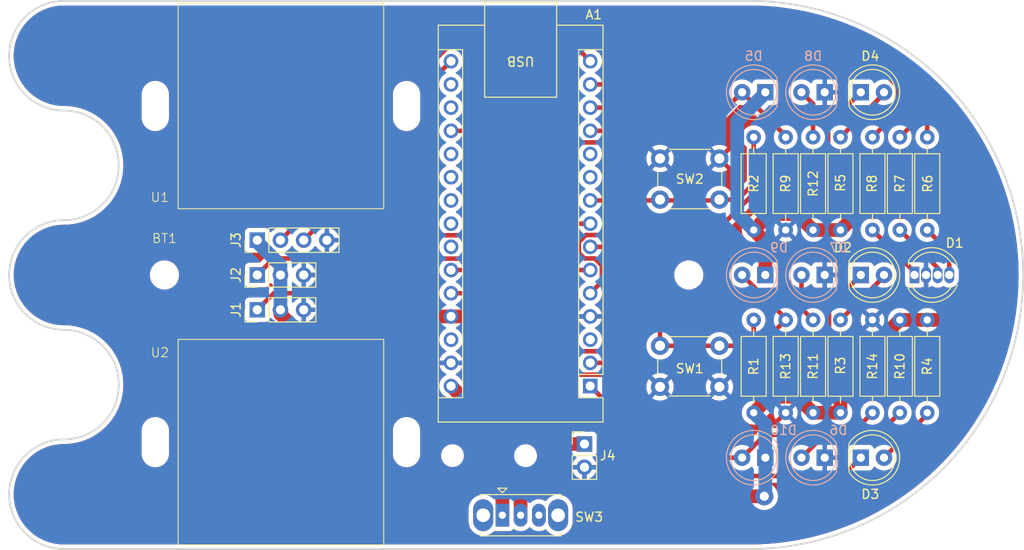
<source format=kicad_pcb>
(kicad_pcb (version 20240108) (generator "pcbnew") (generator_version "8.0")
  (layers (0 "F.Cu" signal) (31 "B.Cu" signal) (34 "B.Paste" user) (35 "F.Paste" user) (36 "B.SilkS" user "B.Silkscreen") (37 "F.SilkS" user "F.Silkscreen") (38 "B.Mask" user) (39 "F.Mask" user) (44 "Edge.Cuts" user))
  (net 0 "")
  (net 1 "/PD0")
  (net 2 "/LED2")
  (net 3 "/SERVO0")
  (net 6 "+BATT")
  (net 7 "/PUSH_BTN0")
  (net 8 "/TRIG")
  (net 9 "/PD1")
  (net 11 "/ECHO")
  (net 13 "GND")
  (net 14 "/LED0")
  (net 15 "/LED1")
  (net 16 "/PUSH_BTN1")
  (net 17 "/PD2")
  (net 18 "+5V")
  (net 19 "/SERVO1")
  (net 21 "Net-(D2-A)")
  (net 22 "Net-(D3-A)")
  (net 23 "Net-(D4-A)")
  (net 24 "/RGB_R")
  (net 25 "Net-(D6-A)")
  (net 26 "+BATT_SW")
  (net 29 "/RGB_B")
  (net 31 "/RGB_G")
  (net 33 "Net-(D1-BA)")
  (net 34 "Net-(D1-RA)")
  (net 35 "Net-(D1-GA)")
  (net 36 "Net-(D7-A)")
  (net 37 "Net-(D8-A)")
  (footprint "MountingHole:MountingHole_2.1mm" (layer "F.Cu") (at 158.03 133.775)
    (property "Reference" "REF**" (hide yes))
    (property "Value" "MountingHole_2.1mm")
    (pad "" np_thru_hole circle (at 0 0) (size 2 2) (drill 2) (layers "F&B.Cu" "*.Mask"))
  )
  (footprint "Module:Arduino_Nano" (layer "F.Cu") (at 165.11 126.16 180)
    (property "Reference" "A1" (at -0.390003 40.66 180) (layer "F.SilkS"))
    (property "Value" "Arduino_Nano_v3.x")
    (fp_text user "USB" (at 7.62 35.56 180) (layer "F.SilkS"))
    (pad "1" thru_hole rect (at 0 0 180) (size 1.6 1.6) (drill 1) (layers "*.Cu" "*.Mask") (net 15 "/LED1"))
    (pad "2" thru_hole oval (at 0 2.54 180) (size 1.6 1.6) (drill 1) (layers "*.Cu" "*.Mask") (net 14 "/LED0"))
    (pad "3" thru_hole oval (at 0 5.08 180) (size 1.6 1.6) (drill 1) (layers "*.Cu" "*.Mask"))
    (pad "4" thru_hole oval (at 0 7.62 180) (size 1.6 1.6) (drill 1) (layers "*.Cu" "*.Mask") (net 13 "GND"))
    (pad "5" thru_hole oval (at 0 10.16 180) (size 1.6 1.6) (drill 1) (layers "*.Cu" "*.Mask") (net 2 "/LED2"))
    (pad "6" thru_hole oval (at 0 12.7 180) (size 1.6 1.6) (drill 1) (layers "*.Cu" "*.Mask") (net 3 "/SERVO0"))
    (pad "7" thru_hole oval (at 0 15.24 180) (size 1.6 1.6) (drill 1) (layers "*.Cu" "*.Mask") (net 7 "/PUSH_BTN0"))
    (pad "8" thru_hole oval (at 0 17.78 180) (size 1.6 1.6) (drill 1) (layers "*.Cu" "*.Mask") (net 19 "/SERVO1"))
    (pad "9" thru_hole oval (at 0 20.32 180) (size 1.6 1.6) (drill 1) (layers "*.Cu" "*.Mask") (net 16 "/PUSH_BTN1"))
    (pad "10" thru_hole oval (at 0 22.86 180) (size 1.6 1.6) (drill 1) (layers "*.Cu" "*.Mask"))
    (pad "11" thru_hole oval (at 0 25.4 180) (size 1.6 1.6) (drill 1) (layers "*.Cu" "*.Mask"))
    (pad "12" thru_hole oval (at 0 27.94 180) (size 1.6 1.6) (drill 1) (layers "*.Cu" "*.Mask") (net 29 "/RGB_B"))
    (pad "13" thru_hole oval (at 0 30.48 180) (size 1.6 1.6) (drill 1) (layers "*.Cu" "*.Mask") (net 31 "/RGB_G"))
    (pad "14" thru_hole oval (at 0 33.02 180) (size 1.6 1.6) (drill 1) (layers "*.Cu" "*.Mask") (net 24 "/RGB_R"))
    (pad "15" thru_hole oval (at 0 35.56 180) (size 1.6 1.6) (drill 1) (layers "*.Cu" "*.Mask") (net 8 "/TRIG"))
    (pad "16" thru_hole oval (at 15.24 35.56 180) (size 1.6 1.6) (drill 1) (layers "*.Cu" "*.Mask") (net 11 "/ECHO"))
    (pad "17" thru_hole oval (at 15.24 33.02 180) (size 1.6 1.6) (drill 1) (layers "*.Cu" "*.Mask"))
    (pad "18" thru_hole oval (at 15.24 30.48 180) (size 1.6 1.6) (drill 1) (layers "*.Cu" "*.Mask"))
    (pad "19" thru_hole oval (at 15.24 27.94 180) (size 1.6 1.6) (drill 1) (layers "*.Cu" "*.Mask") (net 1 "/PD0"))
    (pad "20" thru_hole oval (at 15.24 25.4 180) (size 1.6 1.6) (drill 1) (layers "*.Cu" "*.Mask"))
    (pad "21" thru_hole oval (at 15.24 22.86 180) (size 1.6 1.6) (drill 1) (layers "*.Cu" "*.Mask"))
    (pad "22" thru_hole oval (at 15.24 20.32 180) (size 1.6 1.6) (drill 1) (layers "*.Cu" "*.Mask"))
    (pad "23" thru_hole oval (at 15.24 17.78 180) (size 1.6 1.6) (drill 1) (layers "*.Cu" "*.Mask"))
    (pad "24" thru_hole oval (at 15.24 15.24 180) (size 1.6 1.6) (drill 1) (layers "*.Cu" "*.Mask"))
    (pad "25" thru_hole oval (at 15.24 12.7 180) (size 1.6 1.6) (drill 1) (layers "*.Cu" "*.Mask") (net 9 "/PD1"))
    (pad "26" thru_hole oval (at 15.24 10.16 180) (size 1.6 1.6) (drill 1) (layers "*.Cu" "*.Mask") (net 17 "/PD2"))
    (pad "27" thru_hole oval (at 15.24 7.62 180) (size 1.6 1.6) (drill 1) (layers "*.Cu" "*.Mask") (net 18 "+5V"))
    (pad "28" thru_hole oval (at 15.24 5.08 180) (size 1.6 1.6) (drill 1) (layers "*.Cu" "*.Mask"))
    (pad "29" thru_hole oval (at 15.24 2.54 180) (size 1.6 1.6) (drill 1) (layers "*.Cu" "*.Mask") (net 13 "GND"))
    (pad "30" thru_hole oval (at 15.24 0 180) (size 1.6 1.6) (drill 1) (layers "*.Cu" "*.Mask") (net 26 "+BATT_SW"))
  )
  (footprint "Resistor_THT:R_Axial_DIN0207_L6.3mm_D2.5mm_P10.16mm_Horizontal" (layer "F.Cu") (at 202.000003 118.92 -90)
    (property "Reference" "R4" (at 5.08 0 90) (layer "F.SilkS"))
    (property "Value" "330R")
    (pad "1" thru_hole circle (at 0 0 270) (size 1.6 1.6) (drill 0.8) (layers "*.Cu" "*.Mask") (net 18 "+5V"))
    (pad "2" thru_hole oval (at 10.16 0 270) (size 1.6 1.6) (drill 0.8) (layers "*.Cu" "*.Mask") (net 22 "Net-(D3-A)"))
  )
  (footprint "Connector_PinHeader_2.54mm:PinHeader_1x03_P2.54mm_Vertical" (layer "F.Cu") (at 128.66 114 90)
    (property "Reference" "J2" (at 0 -2.33 270) (layer "F.SilkS"))
    (property "Value" "Conn_01x03_Pin")
    (pad "1" thru_hole rect (at 0 0 90) (size 1.7 1.7) (drill 1) (layers "*.Cu" "*.Mask") (net 19 "/SERVO1"))
    (pad "2" thru_hole oval (at 0 2.54 90) (size 1.7 1.7) (drill 1) (layers "*.Cu" "*.Mask") (net 18 "+5V"))
    (pad "3" thru_hole oval (at 0 5.08 90) (size 1.7 1.7) (drill 1) (layers "*.Cu" "*.Mask") (net 13 "GND"))
  )
  (footprint "Resistor_THT:R_Axial_DIN0207_L6.3mm_D2.5mm_P10.16mm_Horizontal" (layer "F.Cu") (at 189.500003 109.08 90)
    (property "Reference" "R12" (at 5.08 0 -90) (layer "F.SilkS"))
    (property "Value" "100R")
    (pad "1" thru_hole circle (at 0 0 90) (size 1.6 1.6) (drill 0.8) (layers "*.Cu" "*.Mask") (net 18 "+5V"))
    (pad "2" thru_hole oval (at 10.16 0 90) (size 1.6 1.6) (drill 0.8) (layers "*.Cu" "*.Mask") (net 37 "Net-(D8-A)"))
  )
  (footprint "Connector_PinHeader_2.54mm:PinHeader_1x02_P2.54mm_Vertical" (layer "F.Cu") (at 164.475 132.505)
    (property "Reference" "J4" (at 2.54 1.275 360) (layer "F.SilkS"))
    (property "Value" "Conn_01x02_Pin")
    (pad "1" thru_hole rect (at 0 0) (size 1.7 1.7) (drill 1) (layers "*.Cu" "*.Mask") (net 6 "+BATT"))
    (pad "2" thru_hole oval (at 0 2.54) (size 1.7 1.7) (drill 1) (layers "*.Cu" "*.Mask") (net 13 "GND"))
  )
  (footprint "Resistor_THT:R_Axial_DIN0207_L6.3mm_D2.5mm_P10.16mm_Horizontal" (layer "F.Cu") (at 192.500003 109.08 90)
    (property "Reference" "R5" (at 5.16 0 -90) (layer "F.SilkS"))
    (property "Value" "330R")
    (pad "1" thru_hole circle (at 0 0 90) (size 1.6 1.6) (drill 0.8) (layers "*.Cu" "*.Mask") (net 18 "+5V"))
    (pad "2" thru_hole oval (at 10.16 0 90) (size 1.6 1.6) (drill 0.8) (layers "*.Cu" "*.Mask") (net 23 "Net-(D4-A)"))
  )
  (footprint "LED_THT:LED_D5.0mm" (layer "F.Cu") (at 194.725003 94)
    (property "Reference" "D4" (at 1.04 -3.96 0) (layer "F.SilkS"))
    (property "Value" "LED")
    (pad "1" thru_hole rect (at 0 0) (size 1.8 1.8) (drill 0.9) (layers "*.Cu" "*.Mask") (net 2 "/LED2"))
    (pad "2" thru_hole circle (at 2.54 0) (size 1.8 1.8) (drill 0.9) (layers "*.Cu" "*.Mask") (net 23 "Net-(D4-A)"))
  )
  (footprint "Resistor_THT:R_Axial_DIN0207_L6.3mm_D2.5mm_P10.16mm_Horizontal" (layer "F.Cu") (at 202.000003 109.08 90)
    (property "Reference" "R6" (at 5.08 0.05 270) (layer "F.SilkS"))
    (property "Value" "150R")
    (pad "1" thru_hole circle (at 0 0 90) (size 1.6 1.6) (drill 0.8) (layers "*.Cu" "*.Mask") (net 34 "Net-(D1-RA)"))
    (pad "2" thru_hole oval (at 10.16 0 90) (size 1.6 1.6) (drill 0.8) (layers "*.Cu" "*.Mask") (net 24 "/RGB_R"))
  )
  (footprint "Resistor_THT:R_Axial_DIN0207_L6.3mm_D2.5mm_P10.16mm_Horizontal" (layer "F.Cu") (at 186.500003 129.08 90)
    (property "Reference" "R13" (at 5.08 0 -90) (layer "F.SilkS"))
    (property "Value" "100k")
    (pad "1" thru_hole circle (at 0 0 90) (size 1.6 1.6) (drill 0.8) (layers "*.Cu" "*.Mask") (net 13 "GND"))
    (pad "2" thru_hole oval (at 10.16 0 90) (size 1.6 1.6) (drill 0.8) (layers "*.Cu" "*.Mask") (net 9 "/PD1"))
  )
  (footprint "Button_Switch_THT:SW_PUSH_6mm" (layer "F.Cu") (at 179.250003 126.25 180)
    (property "Reference" "SW1" (at 3.25 2 180) (layer "F.SilkS"))
    (property "Value" "SW_Push")
    (pad "1" thru_hole circle (at 0 0 270) (size 2 2) (drill 1.1) (layers "*.Cu" "*.Mask") (net 13 "GND"))
    (pad "1" thru_hole circle (at 6.5 0 270) (size 2 2) (drill 1.1) (layers "*.Cu" "*.Mask") (net 13 "GND"))
    (pad "2" thru_hole circle (at 0 4.5 270) (size 2 2) (drill 1.1) (layers "*.Cu" "*.Mask") (net 7 "/PUSH_BTN0"))
    (pad "2" thru_hole circle (at 6.5 4.5 270) (size 2 2) (drill 1.1) (layers "*.Cu" "*.Mask") (net 7 "/PUSH_BTN0"))
  )
  (footprint "Resistor_THT:R_Axial_DIN0207_L6.3mm_D2.5mm_P10.16mm_Horizontal" (layer "F.Cu") (at 189.500003 129.08 90)
    (property "Reference" "R11" (at 5.08 0 -90) (layer "F.SilkS"))
    (property "Value" "100R")
    (pad "1" thru_hole circle (at 0 0 90) (size 1.6 1.6) (drill 0.8) (layers "*.Cu" "*.Mask") (net 18 "+5V"))
    (pad "2" thru_hole oval (at 10.16 0 90) (size 1.6 1.6) (drill 0.8) (layers "*.Cu" "*.Mask") (net 36 "Net-(D7-A)"))
  )
  (footprint "ghost-bot-footprints:SG90 Mount" (layer "F.Cu") (at 120 84.25)
    (property "Reference" "U1" (at -1.999997 21.25 0) (layer "F.SilkS") (effects (font (thickness 0.1))))
    (property "Value" "~")
    (pad "" np_thru_hole oval (at -2.5 11.25) (size 2.5 5) (drill oval 2.5 5) (layers "F&B.Cu" "*.Mask"))
    (pad "" np_thru_hole oval (at 25 11.25) (size 2.5 5) (drill oval 2.5 5) (layers "F&B.Cu" "*.Mask"))
  )
  (footprint "Resistor_THT:R_Axial_DIN0207_L6.3mm_D2.5mm_P10.16mm_Horizontal" (layer "F.Cu") (at 183.000003 118.92 -90)
    (property "Reference" "R1" (at 5.08 0 90) (layer "F.SilkS"))
    (property "Value" "10k")
    (pad "1" thru_hole circle (at 0 0 270) (size 1.6 1.6) (drill 0.8) (layers "*.Cu" "*.Mask") (net 7 "/PUSH_BTN0"))
    (pad "2" thru_hole oval (at 10.16 0 270) (size 1.6 1.6) (drill 0.8) (layers "*.Cu" "*.Mask") (net 18 "+5V"))
  )
  (footprint "Resistor_THT:R_Axial_DIN0207_L6.3mm_D2.5mm_P10.16mm_Horizontal" (layer "F.Cu") (at 199.000003 109.08 90)
    (property "Reference" "R7" (at 5.08 0 270) (layer "F.SilkS"))
    (property "Value" "85R")
    (pad "1" thru_hole circle (at 0 0 90) (size 1.6 1.6) (drill 0.8) (layers "*.Cu" "*.Mask") (net 35 "Net-(D1-GA)"))
    (pad "2" thru_hole oval (at 10.16 0 90) (size 1.6 1.6) (drill 0.8) (layers "*.Cu" "*.Mask") (net 31 "/RGB_G"))
  )
  (footprint "LED_THT:LED_D5.0mm-4_RGB" (layer "F.Cu") (at 200.600003 114)
    (property "Reference" "D1" (at 4.4 -3.5 0) (layer "F.SilkS"))
    (property "Value" "LED_BKGR")
    (pad "1" thru_hole rect (at 0 0) (size 1.07 1.8) (drill 0.9) (layers "*.Cu" "*.Mask") (net 33 "Net-(D1-BA)"))
    (pad "2" thru_hole oval (at 1.27 0) (size 1.07 1.8) (drill 0.9) (layers "*.Cu" "*.Mask") (net 13 "GND"))
    (pad "3" thru_hole oval (at 2.54 0) (size 1.07 1.8) (drill 0.9) (layers "*.Cu" "*.Mask") (net 35 "Net-(D1-GA)"))
    (pad "4" thru_hole oval (at 3.81 0) (size 1.07 1.8) (drill 0.9) (layers "*.Cu" "*.Mask") (net 34 "Net-(D1-RA)"))
  )
  (footprint "Button_Switch_THT:SW_PUSH_6mm" (layer "F.Cu") (at 172.750003 101.25)
    (property "Reference" "SW2" (at 3.25 2.25 360) (layer "F.SilkS"))
    (property "Value" "SW_Push")
    (pad "1" thru_hole circle (at 0 0 90) (size 2 2) (drill 1.1) (layers "*.Cu" "*.Mask") (net 13 "GND"))
    (pad "1" thru_hole circle (at 6.5 0 90) (size 2 2) (drill 1.1) (layers "*.Cu" "*.Mask") (net 13 "GND"))
    (pad "2" thru_hole circle (at 0 4.5 90) (size 2 2) (drill 1.1) (layers "*.Cu" "*.Mask") (net 16 "/PUSH_BTN1"))
    (pad "2" thru_hole circle (at 6.5 4.5 90) (size 2 2) (drill 1.1) (layers "*.Cu" "*.Mask") (net 16 "/PUSH_BTN1"))
  )
  (footprint "LED_THT:LED_D5.0mm" (layer "F.Cu") (at 194.725003 114)
    (property "Reference" "D2" (at -1.96 -3 0) (layer "F.SilkS"))
    (property "Value" "LED")
    (pad "1" thru_hole rect (at 0 0) (size 1.8 1.8) (drill 0.9) (layers "*.Cu" "*.Mask") (net 14 "/LED0"))
    (pad "2" thru_hole circle (at 2.54 0) (size 1.8 1.8) (drill 0.9) (layers "*.Cu" "*.Mask") (net 21 "Net-(D2-A)"))
  )
  (footprint "Resistor_THT:R_Axial_DIN0207_L6.3mm_D2.5mm_P10.16mm_Horizontal" (layer "F.Cu") (at 192.500003 129.08 90)
    (property "Reference" "R3" (at 5.16 0 -90) (layer "F.SilkS"))
    (property "Value" "330R")
    (pad "1" thru_hole circle (at 0 0 90) (size 1.6 1.6) (drill 0.8) (layers "*.Cu" "*.Mask") (net 18 "+5V"))
    (pad "2" thru_hole oval (at 10.16 0 90) (size 1.6 1.6) (drill 0.8) (layers "*.Cu" "*.Mask") (net 21 "Net-(D2-A)"))
  )
  (footprint "Resistor_THT:R_Axial_DIN0207_L6.3mm_D2.5mm_P10.16mm_Horizontal" (layer "F.Cu") (at 196.000003 118.92 -90)
    (property "Reference" "R14" (at 5.08 0 90) (layer "F.SilkS"))
    (property "Value" "100k")
    (pad "1" thru_hole circle (at 0 0 270) (size 1.6 1.6) (drill 0.8) (layers "*.Cu" "*.Mask") (net 13 "GND"))
    (pad "2" thru_hole oval (at 10.16 0 270) (size 1.6 1.6) (drill 0.8) (layers "*.Cu" "*.Mask") (net 17 "/PD2"))
  )
  (footprint "ghost-bot-footprints:Keystone 2478 Battery Holder" (layer "F.Cu") (at 118.5 114)
    (property "Reference" "BT1" (at 0 -4 0) (layer "F.SilkS") (effects (font (thickness 0.1))))
    (property "Value" "Battery Holder")
    (pad "" np_thru_hole circle (at 0 0) (size 2.7 2.7) (drill 2.7) (layers "*.Cu" "*.Mask"))
    (pad "" np_thru_hole circle (at 57.4 0) (size 2.7 2.7) (drill 2.7) (layers "*.Cu" "*.Mask"))
  )
  (footprint "Resistor_THT:R_Axial_DIN0207_L6.3mm_D2.5mm_P10.16mm_Horizontal" (layer "F.Cu") (at 199.000003 118.92 -90)
    (property "Reference" "R10" (at 5.08 0 90) (layer "F.SilkS"))
    (property "Value" "100R")
    (pad "1" thru_hole circle (at 0 0 270) (size 1.6 1.6) (drill 0.8) (layers "*.Cu" "*.Mask") (net 18 "+5V"))
    (pad "2" thru_hole oval (at 10.16 0 270) (size 1.6 1.6) (drill 0.8) (layers "*.Cu" "*.Mask") (net 25 "Net-(D6-A)"))
  )
  (footprint "ghost-bot-footprints:SG90 Mount" (layer "F.Cu") (at 142.5 143.55 180)
    (property "Reference" "U2" (at 24.499997 21.05 0) (layer "F.SilkS") (effects (font (thickness 0.1))))
    (property "Value" "~")
    (pad "" np_thru_hole oval (at -2.5 11.25 180) (size 2.5 5) (drill oval 2.5 5) (layers "F&B.Cu" "*.Mask"))
    (pad "" np_thru_hole oval (at 25 11.25 180) (size 2.5 5) (drill oval 2.5 5) (layers "F&B.Cu" "*.Mask"))
  )
  (footprint "Button_Switch_THT:SW_Slide_SPDT_Straight_CK_OS102011MS2Q" (layer "F.Cu") (at 155.49 140.2975)
    (property "Reference" "SW3" (at 9.5 0.2025 360) (layer "F.SilkS"))
    (property "Value" "SW_SPDT")
    (pad "" thru_hole oval (at -2.1 0) (size 2.2 3.5) (drill 1.5) (layers "*.Cu" "*.Mask"))
    (pad "" thru_hole oval (at 6.1 0) (size 2.2 3.5) (drill 1.5) (layers "*.Cu" "*.Mask"))
    (pad "1" thru_hole rect (at 0 0) (size 1.5 2.5) (drill 0.8) (layers "*.Cu" "*.Mask") (net 26 "+BATT_SW"))
    (pad "2" thru_hole oval (at 2 0) (size 1.5 2.5) (drill 0.8) (layers "*.Cu" "*.Mask") (net 6 "+BATT"))
    (pad "3" thru_hole oval (at 4 0) (size 1.5 2.5) (drill 0.8) (layers "*.Cu" "*.Mask"))
  )
  (footprint "Connector_PinHeader_2.54mm:PinHeader_1x04_P2.54mm_Vertical" (layer "F.Cu") (at 128.66 110.19 90)
    (property "Reference" "J3" (at 0 -2.33 270) (layer "F.SilkS"))
    (property "Value" "Conn_01x04_Pin")
    (pad "1" thru_hole rect (at 0 0 90) (size 1.7 1.7) (drill 1) (layers "*.Cu" "*.Mask") (net 18 "+5V"))
    (pad "2" thru_hole oval (at 0 2.54 90) (size 1.7 1.7) (drill 1) (layers "*.Cu" "*.Mask") (net 8 "/TRIG"))
    (pad "3" thru_hole oval (at 0 5.08 90) (size 1.7 1.7) (drill 1) (layers "*.Cu" "*.Mask") (net 11 "/ECHO"))
    (pad "4" thru_hole oval (at 0 7.62 90) (size 1.7 1.7) (drill 1) (layers "*.Cu" "*.Mask") (net 13 "GND"))
  )
  (footprint "LED_THT:LED_D5.0mm" (layer "F.Cu") (at 194.725003 134)
    (property "Reference" "D3" (at 1.04 4 0) (layer "F.SilkS"))
    (property "Value" "LED")
    (pad "1" thru_hole rect (at 0 0) (size 1.8 1.8) (drill 0.9) (layers "*.Cu" "*.Mask") (net 15 "/LED1"))
    (pad "2" thru_hole circle (at 2.54 0) (size 1.8 1.8) (drill 0.9) (layers "*.Cu" "*.Mask") (net 22 "Net-(D3-A)"))
  )
  (footprint "Resistor_THT:R_Axial_DIN0207_L6.3mm_D2.5mm_P10.16mm_Horizontal" (layer "F.Cu") (at 196.000003 109.08 90)
    (property "Reference" "R8" (at 5.08 -0.05 270) (layer "F.SilkS"))
    (property "Value" "85R")
    (pad "1" thru_hole circle (at 0 0 90) (size 1.6 1.6) (drill 0.8) (layers "*.Cu" "*.Mask") (net 33 "Net-(D1-BA)"))
    (pad "2" thru_hole oval (at 10.16 0 90) (size 1.6 1.6) (drill 0.8) (layers "*.Cu" "*.Mask") (net 29 "/RGB_B"))
  )
  (footprint "Resistor_THT:R_Axial_DIN0207_L6.3mm_D2.5mm_P10.16mm_Horizontal" (layer "F.Cu") (at 183.000003 98.92 -90)
    (property "Reference" "R2" (at 5.08 0 90) (layer "F.SilkS"))
    (property "Value" "10k")
    (pad "1" thru_hole circle (at 0 0 270) (size 1.6 1.6) (drill 0.8) (layers "*.Cu" "*.Mask") (net 16 "/PUSH_BTN1"))
    (pad "2" thru_hole oval (at 10.16 0 270) (size 1.6 1.6) (drill 0.8) (layers "*.Cu" "*.Mask") (net 18 "+5V"))
  )
  (footprint "Connector_PinHeader_2.54mm:PinHeader_1x03_P2.54mm_Vertical" (layer "F.Cu") (at 128.66 117.81 90)
    (property "Reference" "J1" (at 0 -2.33 270) (layer "F.SilkS"))
    (property "Value" "Conn_01x03_Pin")
    (pad "1" thru_hole rect (at 0 0 90) (size 1.7 1.7) (drill 1) (layers "*.Cu" "*.Mask") (net 3 "/SERVO0"))
    (pad "2" thru_hole oval (at 0 2.54 90) (size 1.7 1.7) (drill 1) (layers "*.Cu" "*.Mask") (net 18 "+5V"))
    (pad "3" thru_hole oval (at 0 5.08 90) (size 1.7 1.7) (drill 1) (layers "*.Cu" "*.Mask") (net 13 "GND"))
  )
  (footprint "MountingHole:MountingHole_2.1mm" (layer "F.Cu") (at 150.03 133.775)
    (property "Reference" "REF**" (hide yes))
    (property "Value" "MountingHole_2.1mm")
    (pad "" np_thru_hole circle (at 0 0) (size 2 2) (drill 2) (layers "F&B.Cu" "*.Mask"))
  )
  (footprint "Resistor_THT:R_Axial_DIN0207_L6.3mm_D2.5mm_P10.16mm_Horizontal" (layer "F.Cu") (at 186.500003 109.08 90)
    (property "Reference" "R9" (at 5.08 0 -90) (layer "F.SilkS"))
    (property "Value" "100k")
    (pad "1" thru_hole circle (at 0 0 90) (size 1.6 1.6) (drill 0.8) (layers "*.Cu" "*.Mask") (net 13 "GND"))
    (pad "2" thru_hole oval (at 10.16 0 90) (size 1.6 1.6) (drill 0.8) (layers "*.Cu" "*.Mask") (net 1 "/PD0"))
  )
  (footprint "LED_THT:LED_D5.0mm_Clear" (layer "B.Cu") (at 184.275003 94 180)
    (property "Reference" "D5" (at 1.27 3.96 180) (layer "B.SilkS") (effects (justify mirror)))
    (property "Value" "D_Photo")
    (pad "1" thru_hole rect (at 0 0 180) (size 1.8 1.8) (drill 0.9) (layers "*.Cu" "*.Mask") (net 18 "+5V"))
    (pad "2" thru_hole circle (at 2.54 0 180) (size 1.8 1.8) (drill 0.9) (layers "*.Cu" "*.Mask") (net 1 "/PD0"))
  )
  (footprint "LED_THT:LED_D5.0mm_Clear" (layer "B.Cu") (at 184.275003 114 180)
    (property "Reference" "D9" (at -1.5 3 180) (layer "B.SilkS") (effects (justify mirror)))
    (property "Value" "D_Photo")
    (pad "1" thru_hole rect (at 0 0 180) (size 1.8 1.8) (drill 0.9) (layers "*.Cu" "*.Mask") (net 18 "+5V"))
    (pad "2" thru_hole circle (at 2.54 0 180) (size 1.8 1.8) (drill 0.9) (layers "*.Cu" "*.Mask") (net 9 "/PD1"))
  )
  (footprint "LED_THT:LED_D5.0mm_IRBlack" (layer "B.Cu") (at 190.775003 114 180)
    (property "Reference" "D7" (at -1.5 3 180) (layer "B.SilkS") (effects (justify mirror)))
    (property "Value" "IR LED")
    (pad "1" thru_hole rect (at 0 0 180) (size 1.8 1.8) (drill 0.9) (layers "*.Cu" "*.Mask") (net 13 "GND"))
    (pad "2" thru_hole circle (at 2.54 0 180) (size 1.8 1.8) (drill 0.9) (layers "*.Cu" "*.Mask") (net 36 "Net-(D7-A)"))
  )
  (footprint "LED_THT:LED_D5.0mm_IRBlack" (layer "B.Cu") (at 190.775003 94 180)
    (property "Reference" "D8" (at 1.27 3.96 180) (layer "B.SilkS") (effects (justify mirror)))
    (property "Value" "IR LED")
    (pad "1" thru_hole rect (at 0 0 180) (size 1.8 1.8) (drill 0.9) (layers "*.Cu" "*.Mask") (net 13 "GND"))
    (pad "2" thru_hole circle (at 2.54 0 180) (size 1.8 1.8) (drill 0.9) (layers "*.Cu" "*.Mask") (net 37 "Net-(D8-A)"))
  )
  (footprint "LED_THT:LED_D5.0mm_Clear" (layer "B.Cu") (at 184.275003 134 180)
    (property "Reference" "D10" (at -2 3 180) (layer "B.SilkS") (effects (justify mirror)))
    (property "Value" "D_Photo")
    (pad "1" thru_hole rect (at 0 0 180) (size 1.8 1.8) (drill 0.9) (layers "*.Cu" "*.Mask") (net 18 "+5V"))
    (pad "2" thru_hole circle (at 2.54 0 180) (size 1.8 1.8) (drill 0.9) (layers "*.Cu" "*.Mask") (net 17 "/PD2"))
  )
  (footprint "LED_THT:LED_D5.0mm_IRBlack" (layer "B.Cu") (at 190.775003 134 180)
    (property "Reference" "D6" (at -1.5 3 180) (layer "B.SilkS") (effects (justify mirror)))
    (property "Value" "IR LED")
    (pad "1" thru_hole rect (at 0 0 180) (size 1.8 1.8) (drill 0.9) (layers "*.Cu" "*.Mask") (net 13 "GND"))
    (pad "2" thru_hole circle (at 2.54 0 180) (size 1.8 1.8) (drill 0.9) (layers "*.Cu" "*.Mask") (net 25 "Net-(D6-A)"))
  )
  (gr_line (start 182.500003 144) (end 107.500003 144) (stroke (width 0.2)) (layer "Edge.Cuts"))
  (gr_line (start 182.500003 84) (end 107.500003 84) (stroke (width 0.2)) (layer "Edge.Cuts"))
  (gr_arc (start 107.5 96) (mid 101.500003 89.999999) (end 107.500003 84) (stroke (width 0.2)) (layer "Edge.Cuts"))
  (gr_arc (start 107.500006 96) (mid 113.500003 102.000001) (end 107.500003 108) (stroke (width 0.2)) (layer "Edge.Cuts"))
  (gr_arc (start 107.500006 120) (mid 113.500003 126.000001) (end 107.500003 132) (stroke (width 0.2)) (layer "Edge.Cuts"))
  (gr_arc (start 107.5 120) (mid 101.500003 113.999999) (end 107.500003 108) (stroke (width 0.2)) (layer "Edge.Cuts"))
  (gr_line (start 107.5 96) (end 107.500006 96) (stroke (width 0.2)) (layer "Edge.Cuts"))
  (gr_line (start 107.5 120) (end 107.500006 120) (stroke (width 0.2)) (layer "Edge.Cuts"))
  (gr_arc (start 107.500003 144) (mid 101.500003 138) (end 107.500003 132) (stroke (width 0.2)) (layer "Edge.Cuts"))
  (gr_arc (start 182.500003 84) (mid 212.500003 114) (end 182.500003 144) (stroke (width 0.2)) (layer "Edge.Cuts"))
  (segment (start 186.500003 98.765) (end 186.500003 98.92) (width 0.5) (layer "F.Cu") (net 1))
  (segment (start 158.125 99.49) (end 156.855 98.22) (width 0.5) (layer "F.Cu") (net 1))
  (segment (start 181.735003 94) (end 186.500003 98.765) (width 0.5) (layer "F.Cu") (net 1))
  (segment (start 156.855 98.22) (end 149.87 98.22) (width 0.5) (layer "F.Cu") (net 1))
  (segment (start 181.735003 94) (end 176.245003 99.49) (width 0.5) (layer "F.Cu") (net 1))
  (segment (start 176.245003 99.49) (end 158.125 99.49) (width 0.5) (layer "F.Cu") (net 1))
  (segment (start 166.38 112.962233) (end 165.607767 112.19) (width 0.5) (layer "F.Cu") (net 2))
  (segment (start 164.475 112.19) (end 163.86 111.575) (width 0.5) (layer "F.Cu") (net 2))
  (segment (start 191.145 97.580003) (end 194.725003 94) (width 0.5) (layer "F.Cu") (net 2))
  (segment (start 164.632233 109.63) (end 178.465 109.63) (width 0.5) (layer "F.Cu") (net 2))
  (segment (start 178.465 109.63) (end 187.335 100.76) (width 0.5) (layer "F.Cu") (net 2))
  (segment (start 187.335 100.76) (end 189.875 100.76) (width 0.5) (layer "F.Cu") (net 2))
  (segment (start 165.607767 112.19) (end 164.475 112.19) (width 0.5) (layer "F.Cu") (net 2))
  (segment (start 191.145 99.49) (end 191.145 97.580003) (width 0.5) (layer "F.Cu") (net 2))
  (segment (start 166.38 114.73) (end 166.38 112.962233) (width 0.5) (layer "F.Cu") (net 2))
  (segment (start 163.86 110.402233) (end 164.632233 109.63) (width 0.5) (layer "F.Cu") (net 2))
  (segment (start 165.11 116) (end 166.38 114.73) (width 0.5) (layer "F.Cu") (net 2))
  (segment (start 163.86 111.575) (end 163.86 110.402233) (width 0.5) (layer "F.Cu") (net 2))
  (segment (start 189.875 100.76) (end 191.145 99.49) (width 0.5) (layer "F.Cu") (net 2))
  (segment (start 157.49 113.46) (end 165.11 113.46) (width 0.5) (layer "F.Cu") (net 3))
  (segment (start 141.615 116) (end 142.885 114.73) (width 0.5) (layer "F.Cu") (net 3))
  (segment (start 156.24 112.21) (end 157.49 113.46) (width 0.5) (layer "F.Cu") (net 3))
  (segment (start 128.66 117.81) (end 130.47 116) (width 0.5) (layer "F.Cu") (net 3))
  (segment (start 142.885 114.73) (end 145.405 112.21) (width 0.5) (layer "F.Cu") (net 3))
  (segment (start 130.47 116) (end 141.615 116) (width 0.5) (layer "F.Cu") (net 3))
  (segment (start 145.405 112.21) (end 156.24 112.21) (width 0.5) (layer "F.Cu") (net 3))
  (segment (start 157.49 137.5475) (end 162.5325 132.505) (width 1.5) (layer "F.Cu") (net 6))
  (segment (start 162.5325 132.505) (end 164.475 132.505) (width 1.5) (layer "F.Cu") (net 6))
  (segment (start 157.49 140.2975) (end 157.49 137.5475) (width 1.5) (layer "F.Cu") (net 6))
  (segment (start 172.750003 121.75) (end 179.250003 121.75) (width 0.5) (layer "F.Cu") (net 7))
  (segment (start 168.420003 110.92) (end 172.750003 115.25) (width 0.5) (layer "F.Cu") (net 7))
  (segment (start 181.750003 121.75) (end 183.000003 120.5) (width 0.5) (layer "F.Cu") (net 7))
  (segment (start 183.000003 120.5) (end 183.000003 118.92) (width 0.5) (layer "F.Cu") (net 7))
  (segment (start 165.11 110.92) (end 168.420003 110.92) (width 0.5) (layer "F.Cu") (net 7))
  (segment (start 179.250003 121.75) (end 181.750003 121.75) (width 0.5) (layer "F.Cu") (net 7))
  (segment (start 172.750003 115.25) (end 172.750003 121.75) (width 0.5) (layer "F.Cu") (net 7))
  (segment (start 135.55 105.84) (end 140.345 105.84) (width 0.5) (layer "F.Cu") (net 8))
  (segment (start 147 99.185) (end 147 91.565) (width 0.5) (layer "F.Cu") (net 8))
  (segment (start 147 91.565) (end 149.87 88.695) (width 0.5) (layer "F.Cu") (net 8))
  (segment (start 163.205 88.695) (end 165.11 90.6) (width 0.5) (layer "F.Cu") (net 8))
  (segment (start 149.87 88.695) (end 163.205 88.695) (width 0.5) (layer "F.Cu") (net 8))
  (segment (start 131.2 110.19) (end 135.55 105.84) (width 0.5) (layer "F.Cu") (net 8))
  (segment (start 140.345 105.84) (end 147 99.185) (width 0.5) (layer "F.Cu") (net 8))
  (segment (start 181.865003 123.555) (end 186.500003 118.92) (width 0.5) (layer "F.Cu") (net 9))
  (segment (start 161.3 122.35) (end 168.92 122.35) (width 0.5) (layer "F.Cu") (net 9))
  (segment (start 181.735003 114) (end 186.500003 118.765) (width 0.5) (layer "F.Cu") (net 9))
  (segment (start 168.92 122.35) (end 170.125 123.555) (width 0.5) (layer "F.Cu") (net 9))
  (segment (start 186.500003 118.765) (end 186.500003 118.92) (width 0.5) (layer "F.Cu") (net 9))
  (segment (start 170.125 123.555) (end 181.865003 123.555) (width 0.5) (layer "F.Cu") (net 9))
  (segment (start 152.41 113.46) (end 161.3 122.35) (width 0.5) (layer "F.Cu") (net 9))
  (segment (start 149.87 113.46) (end 152.41 113.46) (width 0.5) (layer "F.Cu") (net 9))
  (segment (start 147.965 100.125) (end 147.965 92.505) (width 0.5) (layer "F.Cu") (net 11))
  (segment (start 136.82 107.11) (end 140.98 107.11) (width 0.5) (layer "F.Cu") (net 11))
  (segment (start 140.98 107.11) (end 147.965 100.125) (width 0.5) (layer "F.Cu") (net 11))
  (segment (start 147.965 92.505) (end 149.87 90.6) (width 0.5) (layer "F.Cu") (net 11))
  (segment (start 133.74 110.19) (end 136.82 107.11) (width 0.5) (layer "F.Cu") (net 11))
  (segment (start 191.250003 121.609997) (end 191.250003 117.475) (width 0.5) (layer "F.Cu") (net 14))
  (segment (start 168.285 123.62) (end 168.92 124.255) (width 0.5) (layer "F.Cu") (net 14))
  (segment (start 168.92 124.255) (end 188.605 124.255) (width 0.5) (layer "F.Cu") (net 14))
  (segment (start 165.11 123.62) (end 168.285 123.62) (width 0.5) (layer "F.Cu") (net 14))
  (segment (start 191.250003 117.475) (end 194.725003 114) (width 0.5) (layer "F.Cu") (net 14))
  (segment (start 188.605 124.255) (end 191.250003 121.609997) (width 0.5) (layer "F.Cu") (net 14))
  (segment (start 192.725003 136) (end 174.95 136) (width 0.5) (layer "F.Cu") (net 15))
  (segment (start 194.725003 134) (end 192.725003 136) (width 0.5) (layer "F.Cu") (net 15))
  (segment (start 165.11 126.16) (end 174.95 136) (width 0.5) (layer "F.Cu") (net 15))
  (segment (start 183.000003 104) (end 183.000003 98.92) (width 0.5) (layer "F.Cu") (net 16))
  (segment (start 179.250003 105.75) (end 181.250003 105.75) (width 0.5) (layer "F.Cu") (net 16))
  (segment (start 181.250003 105.75) (end 183.000003 104) (width 0.5) (layer "F.Cu") (net 16))
  (segment (start 179.160003 105.84) (end 179.250003 105.75) (width 0.5) (layer "F.Cu") (net 16))
  (segment (start 165.11 105.84) (end 179.160003 105.84) (width 0.5) (layer "F.Cu") (net 16))
  (segment (start 161.955 124.91) (end 168.305 124.91) (width 0.5) (layer "F.Cu") (net 17))
  (segment (start 153.045 116) (end 161.955 124.91) (width 0.5) (layer "F.Cu") (net 17))
  (segment (start 181.735003 134) (end 184.235003 131.5) (width 0.5) (layer "F.Cu") (net 17))
  (segment (start 184.235003 131.5) (end 193.580003 131.5) (width 0.5) (layer "F.Cu") (net 17))
  (segment (start 168.305 124.91) (end 177.395 134) (width 0.5) (layer "F.Cu") (net 17))
  (segment (start 177.395 134) (end 181.735003 134) (width 0.5) (layer "F.Cu") (net 17))
  (segment (start 193.580003 131.5) (end 196.000003 129.08) (width 0.5) (layer "F.Cu") (net 17))
  (segment (start 149.87 116) (end 153.045 116) (width 0.5) (layer "F.Cu") (net 17))
  (segment (start 189.500003 129.08) (end 192.500003 129.08) (width 1.5) (layer "F.Cu") (net 18))
  (segment (start 165.11 129.335) (end 174 138.225) (width 1.5) (layer "F.Cu") (net 18))
  (segment (start 184.750003 127.33) (end 187.750003 127.33) (width 1.5) (layer "F.Cu") (net 18))
  (segment (start 151.775 118.54) (end 162.57 129.335) (width 1.5) (layer "F.Cu") (net 18))
  (segment (start 183.000003 129.08) (end 184.750003 127.33) (width 1.5) (layer "F.Cu") (net 18))
  (segment (start 174 138.225) (end 184.16 138.225) (width 1.5) (layer "F.Cu") (net 18))
  (segment (start 187.750003 107.33) (end 189.500003 109.08) (width 1.5) (layer "F.Cu") (net 18))
  (segment (start 203.845 107.11) (end 194.470003 107.11) (width 1.5) (layer "F.Cu") (net 18))
  (segment (start 162.57 129.335) (end 165.11 129.335) (width 1.5) (layer "F.Cu") (net 18))
  (segment (start 189.500003 109.08) (end 192.500003 109.08) (width 1.5) (layer "F.Cu") (net 18))
  (segment (start 184.750003 107.33) (end 187.750003 107.33) (width 1.5) (layer "F.Cu") (net 18))
  (segment (start 141.615 118.54) (end 149.87 118.54) (width 1.5) (layer "F.Cu") (net 18))
  (segment (start 199.000003 118.92) (end 202.000003 118.92) (width 1.5) (layer "F.Cu") (net 18))
  (segment (start 184.275003 110.355) (end 184.275003 114) (width 1.5) (layer "F.Cu") (net 18))
  (segment (start 192.500003 125.42) (end 199.000003 118.92) (width 1.5) (layer "F.Cu") (net 18))
  (segment (start 139.71 120.445) (end 141.615 118.54) (width 1.5) (layer "F.Cu") (net 18))
  (segment (start 131.2 118.285) (end 133.36 120.445) (width 1.5) (layer "F.Cu") (net 18))
  (segment (start 203.465 118.92) (end 206.385 116) (width 1.5) (layer "F.Cu") (net 18))
  (segment (start 149.87 118.54) (end 151.775 118.54) (width 1.5) (layer "F.Cu") (net 18))
  (segment (start 183.000003 109.08) (end 184.750003 107.33) (width 1.5) (layer "F.Cu") (net 18))
  (segment (start 133.36 120.445) (end 139.71 120.445) (width 1.5) (layer "F.Cu") (net 18))
  (segment (start 202.000003 118.92) (end 203.465 118.92) (width 1.5) (layer "F.Cu") (net 18))
  (segment (start 131.2 117.81) (end 131.2 118.285) (width 1.5) (layer "F.Cu") (net 18))
  (segment (start 183.000003 109.08) (end 184.275003 110.355) (width 1.5) (layer "F.Cu") (net 18))
  (segment (start 206.385 109.65) (end 203.845 107.11) (width 1.5) (layer "F.Cu") (net 18))
  (segment (start 192.500003 129.08) (end 192.500003 125.42) (width 1.5) (layer "F.Cu") (net 18))
  (segment (start 194.470003 107.11) (end 192.500003 109.08) (width 1.5) (layer "F.Cu") (net 18))
  (segment (start 206.385 116) (end 206.385 109.65) (width 1.5) (layer "F.Cu") (net 18))
  (segment (start 187.750003 127.33) (end 189.500003 129.08) (width 1.5) (layer "F.Cu") (net 18))
  (via (at 184.16 138.225) (size 2) (drill 1) (layers "F.Cu" "B.Cu") (net 18))
  (segment (start 184.275003 130.355) (end 184.275003 134) (width 1.5) (layer "B.Cu") (net 18))
  (segment (start 128.66 110.4) (end 131.2 112.94) (width 1.5) (layer "B.Cu") (net 18))
  (segment (start 184.275003 138.109997) (end 184.16 138.225) (width 1.5) (layer "B.Cu") (net 18))
  (segment (start 128.66 110.19) (end 128.66 110.4) (width 1.5) (layer "B.Cu") (net 18))
  (segment (start 184.275003 134) (end 184.275003 138.109997) (width 1.5) (layer "B.Cu") (net 18))
  (segment (start 183.000003 109.08) (end 181.200003 107.28) (width 1.5) (layer "B.Cu") (net 18))
  (segment (start 184.275003 94.076296) (end 184.275003 94) (width 1.5) (layer "B.Cu") (net 18))
  (segment (start 181.200003 106.557717) (end 181.200003 97.151296) (width 1.5) (layer "B.Cu") (net 18))
  (segment (start 131.2 117.81) (end 131.2 114) (width 1.5) (layer "B.Cu") (net 18))
  (segment (start 181.200003 107.28) (end 181.200003 106.557717) (width 1.5) (layer "B.Cu") (net 18))
  (segment (start 131.2 112.94) (end 131.2 114) (width 1.5) (layer "B.Cu") (net 18))
  (segment (start 183.000003 129.08) (end 184.275003 130.355) (width 1.5) (layer "B.Cu") (net 18))
  (segment (start 181.200003 97.151296) (end 184.275003 94.076296) (width 1.5) (layer "B.Cu") (net 18))
  (segment (start 128.66 114) (end 130.47 112.19) (width 0.5) (layer "F.Cu") (net 19))
  (segment (start 142.885 112.19) (end 145.425 109.65) (width 0.5) (layer "F.Cu") (net 19))
  (segment (start 145.425 109.65) (end 156.22 109.65) (width 0.5) (layer "F.Cu") (net 19))
  (segment (start 156.22 109.65) (end 157.49 108.38) (width 0.5) (layer "F.Cu") (net 19))
  (segment (start 157.49 108.38) (end 165.11 108.38) (width 0.5) (layer "F.Cu") (net 19))
  (segment (start 130.47 112.19) (end 142.885 112.19) (width 0.5) (layer "F.Cu") (net 19))
  (segment (start 197.265003 114.155) (end 197.265003 114) (width 0.5) (layer "F.Cu") (net 21))
  (segment (start 192.500003 118.92) (end 197.265003 114.155) (width 0.5) (layer "F.Cu") (net 21))
  (segment (start 202.000003 129.265) (end 202.000003 129.08) (width 0.5) (layer "F.Cu") (net 22))
  (segment (start 197.265003 134) (end 202.000003 129.265) (width 0.5) (layer "F.Cu") (net 22))
  (segment (start 192.500003 98.92) (end 197.265003 94.155) (width 0.5) (layer "F.Cu") (net 23))
  (segment (start 197.265003 94.155) (end 197.265003 94) (width 0.5) (layer "F.Cu") (net 23))
  (segment (start 165.11 93.14) (end 175.14 93.14) (width 0.5) (layer "F.Cu") (net 24))
  (segment (start 175.14 93.14) (end 178.95 89.33) (width 0.5) (layer "F.Cu") (net 24))
  (segment (start 198.13 89.33) (end 202.000003 93.200003) (width 0.5) (layer "F.Cu") (net 24))
  (segment (start 202.000003 93.200003) (end 202.000003 98.92) (width 0.5) (layer "F.Cu") (net 24))
  (segment (start 178.95 89.33) (end 198.13 89.33) (width 0.5) (layer "F.Cu") (net 24))
  (segment (start 195.880003 132.2) (end 199.000003 129.08) (width 0.5) (layer "F.Cu") (net 25))
  (segment (start 188.235003 134) (end 190.035003 132.2) (width 0.5) (layer "F.Cu") (net 25))
  (segment (start 190.035003 132.2) (end 195.880003 132.2) (width 0.5) (layer "F.Cu") (net 25))
  (segment (start 155.49 140.2975) (end 155.49 131.78) (width 1.5) (layer "F.Cu") (net 26))
  (segment (start 155.49 131.78) (end 149.87 126.16) (width 1.5) (layer "F.Cu") (net 26))
  (segment (start 198.765 96.155003) (end 198.765 93.365404) (width 0.5) (layer "F.Cu") (net 29))
  (segment (start 180.35 91.87) (end 174 98.22) (width 0.5) (layer "F.Cu") (net 29))
  (segment (start 174 98.22) (end 165.11 98.22) (width 0.5) (layer "F.Cu") (net 29))
  (segment (start 198.765 93.365404) (end 197.269596 91.87) (width 0.5) (layer "F.Cu") (net 29))
  (segment (start 196.000003 98.92) (end 198.765 96.155003) (width 0.5) (layer "F.Cu") (net 29))
  (segment (start 197.269596 91.87) (end 180.35 91.87) (width 0.5) (layer "F.Cu") (net 29))
  (segment (start 199.000003 98.92) (end 200.67 97.250003) (width 0.5) (layer "F.Cu") (net 31))
  (segment (start 179.715 90.6) (end 174.635 95.68) (width 0.5) (layer "F.Cu") (net 31))
  (segment (start 174.635 95.68) (end 165.11 95.68) (width 0.5) (layer "F.Cu") (net 31))
  (segment (start 200.67 93.775) (end 197.495 90.6) (width 0.5) (layer "F.Cu") (net 31))
  (segment (start 197.495 90.6) (end 179.715 90.6) (width 0.5) (layer "F.Cu") (net 31))
  (segment (start 200.67 97.250003) (end 200.67 93.775) (width 0.5) (layer "F.Cu") (net 31))
  (segment (start 196.000003 109.08) (end 200.600003 113.68) (width 0.5) (layer "F.Cu") (net 33))
  (segment (start 200.600003 113.68) (end 200.600003 114) (width 0.5) (layer "F.Cu") (net 33))
  (segment (start 204.410003 111.49) (end 204.410003 114) (width 0.5) (layer "F.Cu") (net 34))
  (segment (start 202.000003 109.08) (end 204.410003 111.49) (width 0.5) (layer "F.Cu") (net 34))
  (segment (start 199.000003 109.08) (end 203.140003 113.22) (width 0.5) (layer "F.Cu") (net 35))
  (segment (start 203.140003 113.22) (end 203.140003 114) (width 0.5) (layer "F.Cu") (net 35))
  (segment (start 188.235003 114) (end 188.235003 117.655) (width 0.5) (layer "F.Cu") (net 36))
  (segment (start 188.235003 117.655) (end 189.500003 118.92) (width 0.5) (layer "F.Cu") (net 36))
  (segment (start 189.500003 95.265) (end 189.500003 98.92) (width 0.5) (layer "F.Cu") (net 37))
  (segment (start 188.235003 94) (end 189.500003 95.265) (width 0.5) (layer "F.Cu") (net 37))
  (zone (net 13) (net_name "GND") (layer "F.Cu") (connect_pads (clearance 0.5)) (min_thickness 0.25) (fill yes (thermal_gap 0.5) (thermal_bridge_width 0.5))
    (polygon (pts (xy 212.500003 84) (xy 212.500003 144) (xy 100.500003 144) (xy 100.500003 84)))
  )
  (zone (net 13) (net_name "GND") (layer "B.Cu") (priority 1) (connect_pads (clearance 0.5)) (min_thickness 0.25) (fill yes (thermal_gap 0.5) (thermal_bridge_width 0.5))
    (polygon (pts (xy 100.500003 84) (xy 212.500003 84) (xy 212.500003 144) (xy 100.500003 144)))
  )
)
</source>
